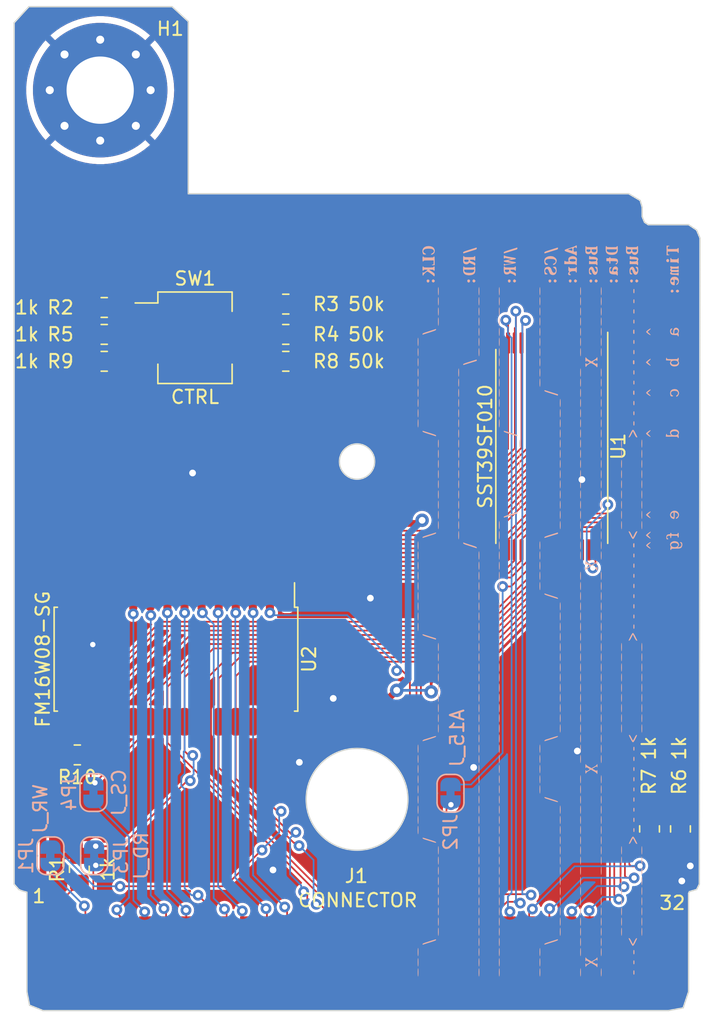
<source format=kicad_pcb>
(kicad_pcb (version 20221018) (generator pcbnew)
  (layers (0 "F.Cu" signal) (31 "B.Cu" signal) (34 "B.Paste" user) (35 "F.Paste" user) (36 "B.SilkS" user "B.Silkscreen") (37 "F.SilkS" user "F.Silkscreen") (38 "B.Mask" user) (39 "F.Mask" user) (44 "Edge.Cuts" user))
  (net 0 "")
  (net 1 "/CLK")
  (net 2 "+5V")
  (net 3 "GND")
  (net 4 "/WR")
  (net 5 "/RD")
  (net 6 "/CS")
  (net 7 "/A0")
  (net 8 "/A1")
  (net 9 "/A2")
  (net 10 "/A3")
  (net 11 "/A4")
  (net 12 "/A5")
  (net 13 "/A6")
  (net 14 "/A7")
  (net 15 "/A8")
  (net 16 "/A9")
  (net 17 "/A10")
  (net 18 "/A11")
  (net 19 "/A12")
  (net 20 "/A13")
  (net 21 "/A14")
  (net 22 "/A15")
  (net 23 "/D0")
  (net 24 "/D1")
  (net 25 "/D2")
  (net 26 "/D3")
  (net 27 "/D4")
  (net 28 "/D5")
  (net 29 "/D6")
  (net 30 "/D7")
  (net 31 "/RST")
  (net 32 "/AUD")
  (net 33 "/PGM")
  (net 38 "/BANKSEL1")
  (net 39 "/BANKSEL0")
  (net 40 "Net-(J1-Pin_21)")
  (net 41 "Net-(J1-Pin_5)")
  (net 42 "Net-(J1-Pin_4)")
  (net 43 "Net-(J1-Pin_3)")
  (net 44 "Net-(R2-Pad1)")
  (net 45 "Net-(R5-Pad1)")
  (net 46 "Net-(R9-Pad2)")
  (footprint "flashcart:GameBoy_Cartridge_1x32_P1.50mm_Edge" (layer "F.Cu") (at 215.6 136)
    (fp_text reference "J1")
    (fp_text value "CONNECTOR")
  )
  (footprint "Resistor_SMD:R_0805_2012Metric_Pad1.20x1.40mm_HandSolder" (layer "F.Cu") (at 237.3 126.5 -90)
    (fp_text reference "R7")
    (fp_text value "1k")
  )
  (footprint "Resistor_SMD:R_0805_2012Metric_Pad1.20x1.40mm_HandSolder" (layer "F.Cu") (at 194.75 121 180)
    (fp_text reference "R10")
    (fp_text value "1k")
  )
  (footprint "Resistor_SMD:R_0805_2012Metric_Pad1.20x1.40mm_HandSolder" (layer "F.Cu") (at 210.25 91.75)
    (fp_text reference "R8")
    (fp_text value "50k")
  )
  (footprint "Resistor_SMD:R_0805_2012Metric_Pad1.20x1.40mm_HandSolder" (layer "F.Cu") (at 239.6 126.5 -90)
    (fp_text reference "R6")
    (fp_text value "1k")
  )
  (footprint "Resistor_SMD:R_0805_2012Metric_Pad1.20x1.40mm_HandSolder" (layer "F.Cu") (at 210.25 89.75 180)
    (fp_text reference "R4")
    (fp_text value "50k")
  )
  (footprint "Resistor_SMD:R_0805_2012Metric_Pad1.20x1.40mm_HandSolder" (layer "F.Cu") (at 196.75 91.75)
    (fp_text reference "R9")
    (fp_text value "1k")
  )
  (footprint "Resistor_SMD:R_0805_2012Metric_Pad1.20x1.40mm_HandSolder" (layer "F.Cu") (at 196.75 87.75 180)
    (fp_text reference "R2")
    (fp_text value "1k")
  )
  (footprint "Resistor_SMD:R_0805_2012Metric_Pad1.20x1.40mm_HandSolder" (layer "F.Cu") (at 210.25 87.5 180)
    (fp_text reference "R3")
    (fp_text value "50k")
  )
  (footprint "Package_SO:TSOP-I-32_14.4x8mm_P0.5mm" (layer "F.Cu") (at 230.030173 98.077 -90)
    (fp_text reference "U1")
    (fp_text value "SST39SF010")
  )
  (footprint "Resistor_SMD:R_0805_2012Metric_Pad1.20x1.40mm_HandSolder" (layer "F.Cu") (at 194.9 129.5 90)
    (fp_text reference "R1")
    (fp_text value "1k")
  )
  (footprint "Package_SO:SOIC-28W_7.5x17.9mm_P1.27mm" (layer "F.Cu") (at 202.085173 113.887 -90)
    (fp_text reference "U2")
    (fp_text value "FM16W08-SG")
  )
  (footprint "Resistor_SMD:R_0805_2012Metric_Pad1.20x1.40mm_HandSolder" (layer "F.Cu") (at 196.75 89.75 180)
    (fp_text reference "R5")
    (fp_text value "1k")
  )
  (footprint "Button_Switch_SMD:SW_DIP_SPSTx04_Slide_KingTek_DSHP04TS_W7.62mm_P1.27mm" (layer "F.Cu") (at 203.5 90)
    (fp_text reference "SW1")
    (fp_text value "CTRL")
  )
  (footprint "MountingHole:MountingHole_5mm_Pad_Via" (layer "F.Cu") (at 196.45 71.6)
    (fp_text reference "H1")
    (fp_text value "MountingHole_Pad" hide)
  )
  (footprint "Jumper:SolderJumper-2_P1.3mm_Bridged_RoundedPad1.0x1.5mm" (layer "B.Cu") (at 196 128.5 -90)
    (fp_text reference "JP3")
    (fp_text value "RD_J")
  )
  (footprint "Jumper:SolderJumper-2_P1.3mm_Bridged_RoundedPad1.0x1.5mm" (layer "B.Cu") (at 222.5 123.85 -90)
    (fp_text reference "JP2")
    (fp_text value "A15_J")
  )
  (footprint "Jumper:SolderJumper-2_P1.3mm_Bridged_RoundedPad1.0x1.5mm" (layer "B.Cu") (at 192.75 128.5 -90)
    (fp_text reference "JP1")
    (fp_text value "WR_J")
  )
  (footprint "Jumper:SolderJumper-2_P1.3mm_Bridged_RoundedPad1.0x1.5mm" (layer "B.Cu") (at 195.95 123.8 -90)
    (fp_text reference "JP4")
    (fp_text value "CS_J")
  )
  (footprint "flashcart:timings" (layer "B.Cu") (at 229.148734 110.341189 -90)
    (fp_text reference "G***" hide)
    (fp_text value "LOGO" hide)
  )
  (gr_circle (center 215.55 124.3) (end 217.4 127.6) (stroke (width 0.1)) (fill none) (layer "Edge.Cuts"))
  (gr_line (start 191 138.6) (end 191 131.2) (stroke (width 0.1)) (layer "Edge.Cuts"))
  (gr_line (start 190.625 131.1) (end 190.4 131) (stroke (width 0.1)) (layer "Edge.Cuts"))
  (gr_line (start 238.7 140) (end 192.2 140) (stroke (width 0.1)) (layer "Edge.Cuts"))
  (gr_line (start 241.05 82.6) (end 241 130.6) (stroke (width 0.1)) (layer "Edge.Cuts"))
  (gr_line (start 191.2 139.6) (end 191 138.6) (stroke (width 0.1)) (layer "Edge.Cuts"))
  (gr_line (start 240.8 82) (end 241.05 82.6) (stroke (width 0.1)) (layer "Edge.Cuts"))
  (gr_line (start 201.8 65.4) (end 191.15 65.4) (stroke (width 0.1)) (layer "Edge.Cuts"))
  (gr_line (start 235.75 79.3) (end 236.6 79.8) (stroke (width 0.1)) (layer "Edge.Cuts"))
  (gr_circle (center 215.55 99.2) (end 216.8 98.8) (stroke (width 0.1)) (fill none) (layer "Edge.Cuts"))
  (gr_line (start 191.15 65.4) (end 190.05 66.6) (stroke (width 0.1)) (layer "Edge.Cuts"))
  (gr_line (start 236.75 80.3) (end 236.75 81) (stroke (width 0.1)) (layer "Edge.Cuts"))
  (gr_line (start 190.05 130.6) (end 190.05 66.6) (stroke (width 0.1)) (layer "Edge.Cuts"))
  (gr_line (start 236.6 79.8) (end 236.75 80.3) (stroke (width 0.1)) (layer "Edge.Cuts"))
  (gr_line (start 190.4 131) (end 190.05 130.6) (stroke (width 0.1)) (layer "Edge.Cuts"))
  (gr_line (start 241 130.6) (end 240.8 131) (stroke (width 0.1)) (layer "Edge.Cuts"))
  (gr_line (start 203 66.5) (end 201.8 65.4) (stroke (width 0.1)) (layer "Edge.Cuts"))
  (gr_line (start 240.2 138.6) (end 239.8 139.8) (stroke (width 0.1)) (layer "Edge.Cuts"))
  (gr_line (start 236.925736 81.424264) (end 237.2 81.6) (stroke (width 0.1)) (layer "Edge.Cuts"))
  (gr_line (start 236.75 81) (end 236.925736 81.424264) (stroke (width 0.1)) (layer "Edge.Cuts"))
  (gr_line (start 203 66.5) (end 203 79.3) (stroke (width 0.1)) (layer "Edge.Cuts"))
  (gr_line (start 240.2 131.3) (end 240.2 138.6) (stroke (width 0.1)) (layer "Edge.Cuts"))
  (gr_line (start 203 79.3) (end 235.75 79.3) (stroke (width 0.1)) (layer "Edge.Cuts"))
  (gr_line (start 191 131.2) (end 190.625 131.1) (stroke (width 0.1)) (layer "Edge.Cuts"))
  (gr_line (start 240.2 81.6) (end 240.8 82) (stroke (width 0.1)) (layer "Edge.Cuts"))
  (gr_line (start 240.258579 131.158579) (end 240.2 131.3) (stroke (width 0.1)) (layer "Edge.Cuts"))
  (gr_line (start 239.8 139.8) (end 238.7 140) (stroke (width 0.1)) (layer "Edge.Cuts"))
  (gr_line (start 192.2 140) (end 191.2 139.6) (stroke (width 0.1)) (layer "Edge.Cuts"))
  (gr_line (start 240.8 131) (end 240.258579 131.158579) (stroke (width 0.1)) (layer "Edge.Cuts"))
  (gr_line (start 237.2 81.6) (end 240.2 81.6) (stroke (width 0.1)) (layer "Edge.Cuts"))
  (segment (start 193.85 135.75) (end 193.85 131.55) (width 0.128) (layer "F.Cu") (net 1))
  (segment (start 193.85 131.55) (end 194.9 130.5) (width 0.128) (layer "F.Cu") (net 1))
  (segment (start 233.780673 107.402639) (end 233.370623 107.812689) (width 0.2) (layer "F.Cu") (net 2))
  (segment (start 233.780173 105.7645) (end 233.780673 105.765) (width 0.2) (layer "F.Cu") (net 2))
  (segment (start 192.2 121) (end 192.2 108.993645) (width 0.5) (layer "F.Cu") (net 2))
  (segment (start 195.75 87.75) (end 196.9 86.6) (width 0.5) (layer "F.Cu") (net 2))
  (segment (start 196.9 86.6) (end 200.09 86.6) (width 0.5) (layer "F.Cu") (net 2))
  (segment (start 206.39 92.9) (end 210.1 92.9) (width 0.5) (layer "F.Cu") (net 2))
  (segment (start 220.3 103.8) (end 220.387735 103.712265) (width 0.5) (layer "F.Cu") (net 2))
  (segment (start 197.393645 103.8) (end 194.7 101.106355) (width 0.5) (layer "F.Cu") (net 2))
  (segment (start 200.09 86.6) (end 206.39 92.9) (width 0.5) (layer "F.Cu") (net 2))
  (segment (start 210.1 92.9) (end 211.25 91.75) (width 0.5) (layer "F.Cu") (net 2))
  (segment (start 197.393645 103.8) (end 204.8 103.8) (width 0.5) (layer "F.Cu") (net 2))
  (segment (start 192.2 136) (end 192.2 121) (width 0.5) (layer "F.Cu") (net 2))
  (segment (start 195.75 89.75) (end 195.75 87.75) (width 0.5) (layer "F.Cu") (net 2))
  (segment (start 194.7 101.106355) (end 194.7 90.8) (width 0.5) (layer "F.Cu") (net 2))
  (segment (start 231.622302 107.812689) (end 224.282991 115.152) (width 0.2) (layer "F.Cu") (net 2))
  (segment (start 220.387735 103.712265) (end 220.387735 103.564235) (width 0.5) (layer "F.Cu") (net 2))
  (segment (start 221.552774 115.152) (end 221.0615 115.643274) (width 0.2) (layer "F.Cu") (net 2))
  (segment (start 233.370623 107.812689) (end 231.622302 107.812689) (width 0.2) (layer "F.Cu") (net 2))
  (segment (start 216.163 118.537) (end 218.5 116.2) (width 0.5) (layer "F.Cu") (net 2))
  (segment (start 221.0615 115.643274) (end 221.0615 116.313065) (width 0.2) (layer "F.Cu") (net 2))
  (segment (start 204.8 103.8) (end 220.3 103.8) (width 0.5) (layer "F.Cu") (net 2))
  (segment (start 192.2 108.993645) (end 197.393645 103.8) (width 0.5) (layer "F.Cu") (net 2))
  (segment (start 224.282991 115.152) (end 221.552774 115.152) (width 0.2) (layer "F.Cu") (net 2))
  (segment (start 194.7 90.8) (end 195.75 89.75) (width 0.5) (layer "F.Cu") (net 2))
  (segment (start 210.340173 118.537) (end 216.163 118.537) (width 0.5) (layer "F.Cu") (net 2))
  (segment (start 193.75 121) (end 192.2 121) (width 0.128) (layer "F.Cu") (net 2))
  (segment (start 233.780673 105.765) (end 233.780673 107.402639) (width 0.2) (layer "F.Cu") (net 2))
  (via (at 220.387735 103.564235) (size 1) (drill 0.5) (layers "F.Cu" "B.Cu") (net 2))
  (via (at 218.5 116.2) (size 1) (drill 0.5) (layers "F.Cu" "B.Cu") (net 2))
  (via (at 221.0615 116.313065) (size 1) (drill 0.5) (layers "F.Cu" "B.Cu") (net 2))
  (segment (start 219.35 104.60197) (end 220.387735 103.564235) (width 0.5) (layer "B.Cu") (net 2))
  (segment (start 221.0615 116.313065) (end 220.948435 116.2) (width 0.2) (layer "B.Cu") (net 2))
  (segment (start 219.35 115.35) (end 219.35 104.60197) (width 0.5) (layer "B.Cu") (net 2))
  (segment (start 218.5 116.2) (end 219.35 115.35) (width 0.5) (layer "B.Cu") (net 2))
  (segment (start 220.948435 116.2) (end 218.5 116.2) (width 0.2) (layer "B.Cu") (net 2))
  (via (at 216.54 109.35) (size 1) (drill 0.5) (layers "F.Cu" "B.Cu") (net 3))
  (via (at 232.27 100.54) (size 1) (drill 0.5) (layers "F.Cu" "B.Cu") (net 3))
  (via (at 239.7 130.37) (size 1) (drill 0.5) (layers "F.Cu" "B.Cu") (net 3))
  (via (at 209.3 129.55) (size 1) (drill 0.5) (layers "F.Cu" "B.Cu") (net 3))
  (via (at 224.22 121.93) (size 1) (drill 0.5) (layers "F.Cu" "B.Cu") (net 3))
  (via (at 213.78 116.8) (size 1) (drill 0.5) (layers "F.Cu" "B.Cu") (net 3))
  (via (at 231.93 120.71) (size 1) (drill 0.5) (layers "F.Cu" "B.Cu") (net 3))
  (via (at 211.26 121.55) (size 1) (drill 0.5) (layers "F.Cu" "B.Cu") (net 3))
  (via (at 240.33 129.25) (size 1) (drill 0.5) (layers "F.Cu" "B.Cu") (net 3))
  (via (at 203.32 100.05) (size 1) (drill 0.5) (layers "F.Cu" "B.Cu") (net 3))
  (via (at 195.9 112.8) (size 0.8) (drill 0.4) (layers "F.Cu" "B.Cu") (net 3))
  (segment (start 209.070173 124.636961) (end 209.761606 125.328394) (width 0.128) (layer "F.Cu") (net 4))
  (segment (start 205.758084 130.761916) (end 208.607256 127.912744) (width 0.128) (layer "F.Cu") (net 4))
  (segment (start 209.070173 118.537) (end 209.070173 124.636961) (width 0.128) (layer "F.Cu") (net 4))
  (segment (start 197.936584 130.761916) (end 205.758084 130.761916) (width 0.128) (layer "F.Cu") (net 4))
  (segment (start 209.761606 125.328394) (end 209.903028 125.186972) (width 0.128) (layer "F.Cu") (net 4))
  (segment (start 197.9285 130.77) (end 197.936584 130.761916) (width 0.128) (layer "F.Cu") (net 4))
  (via (at 208.4835 128.071831) (size 0.8) (drill 0.4) (layers "F.Cu" "B.Cu") (net 4))
  (via (at 197.9285 130.77) (size 0.8) (drill 0.4) (layers "F.Cu" "B.Cu") (net 4))
  (via (at 209.903028 125.186972) (size 0.8) (drill 0.4) (layers "F.Cu" "B.Cu") (net 4))
  (segment (start 209.761606 125.328394) (end 209.761606 126.758394) (width 0.128) (layer "B.Cu") (net 4))
  (segment (start 208.4835 128.0365) (end 208.4835 128.071831) (width 0.128) (layer "B.Cu") (net 4))
  (segment (start 196.01 130.76) (end 193.1 127.85) (width 0.128) (layer "B.Cu") (net 4))
  (segment (start 196.01 130.76) (end 197.9185 130.76) (width 0.128) (layer "B.Cu") (net 4))
  (segment (start 197.9185 130.76) (end 197.9285 130.77) (width 0.128) (layer "B.Cu") (net 4))
  (segment (start 209.761606 126.758394) (end 208.4835 128.0365) (width 0.128) (layer "B.Cu") (net 4))
  (segment (start 193.1 127.85) (end 192.75 127.85) (width 0.128) (layer "B.Cu") (net 4))
  (segment (start 204.872 113.088) (end 202.720173 115.239827) (width 0.128) (layer "F.Cu") (net 5))
  (segment (start 196.1 127.79) (end 196.79 127.79) (width 0.128) (layer "F.Cu") (net 5))
  (segment (start 203.267256 122.796244) (end 203.1435 122.92) (width 0.128) (layer "F.Cu") (net 5))
  (segment (start 196.79 127.79) (end 196.123449 127.79) (width 0.128) (layer "F.Cu") (net 5))
  (segment (start 196.123449 127.79) (end 196.115844 127.782395) (width 0.128) (layer "F.Cu") (net 5))
  (segment (start 202.720173 120.714685) (end 203.397744 121.392256) (width 0.128) (layer "F.Cu") (net 5))
  (segment (start 202.720173 115.239827) (end 202.720173 118.537) (width 0.128) (layer "F.Cu") (net 5))
  (segment (start 203.267256 122.572744) (end 203.267256 122.796244) (width 0.128) (layer "F.Cu") (net 5))
  (segment (start 196.79 127.79) (end 198.05 127.79) (width 0.128) (layer "F.Cu") (net 5))
  (segment (start 198.05 127.79) (end 203.267256 122.572744) (width 0.128) (layer "F.Cu") (net 5))
  (segment (start 223.512907 113.088) (end 204.872 113.088) (width 0.128) (layer "F.Cu") (net 5))
  (segment (start 202.720173 118.537) (end 202.720173 120.714685) (width 0.128) (layer "F.Cu") (net 5))
  (segment (start 229.780173 106.820734) (end 223.512907 113.088) (width 0.128) (layer "F.Cu") (net 5))
  (segment (start 203.04383 121.038342) (end 203.326673 121.038342) (width 0.128) (layer "F.Cu") (net 5))
  (segment (start 229.780173 105.7645) (end 229.780173 106.820734) (width 0.128) (layer "F.Cu") (net 5))
  (via (at 203.1435 122.92) (size 0.8) (drill 0.4) (layers "F.Cu" "B.Cu") (net 5))
  (via (at 196.115844 127.782395) (size 0.8) (drill 0.4) (layers "F.Cu" "B.Cu") (net 5))
  (via (at 203.326673 121.038342) (size 0.8) (drill 0.4) (layers "F.Cu" "B.Cu") (net 5))
  (segment (start 196 127.85) (end 196.04 127.85) (width 0.128) (layer "B.Cu") (net 5))
  (segment (start 203.397744 121.392256) (end 203.397744 121.72) (width 0.128) (layer "B.Cu") (net 5))
  (segment (start 203.1435 122.92) (end 203.1435 122.6965) (width 0.128) (layer "B.Cu") (net 5))
  (segment (start 203.1435 122.6965) (end 203.397744 122.442256) (width 0.128) (layer "B.Cu") (net 5))
  (segment (start 196.04 127.85) (end 196.1 127.79) (width 0.128) (layer "B.Cu") (net 5))
  (segment (start 203.397744 121.72) (end 203.397744 122.442256) (width 0.128) (layer "B.Cu") (net 5))
  (segment (start 195.75 121) (end 195.75 122.76) (width 0.128) (layer "F.Cu") (net 6))
  (segment (start 196.06 123.07) (end 200.180173 118.949827) (width 0.128) (layer "F.Cu") (net 6))
  (segment (start 200.180173 118.949827) (end 200.180173 118.537) (width 0.128) (layer "F.Cu") (net 6))
  (segment (start 195.75 122.76) (end 196.06 123.07) (width 0.128) (layer "F.Cu") (net 6))
  (via (at 196.06 123.07) (size 0.8) (drill 0.4) (layers "F.Cu" "B.Cu") (net 6))
  (segment (start 195.95 123.15) (end 195.98 123.15) (width 0.128) (layer "B.Cu") (net 6))
  (segment (start 199.76 132.66) (end 199.85 132.75) (width 0.128) (layer "F.Cu") (net 7))
  (segment (start 228.280173 98.143137) (end 228.280173 90.3895) (width 0.128) (layer "F.Cu") (net 7))
  (segment (start 198.910173 109.237) (end 198.910173 108.896516) (width 0.128) (layer "F.Cu") (net 7))
  (segment (start 199.85 132.75) (end 199.85 135.75) (width 0.128) (layer "F.Cu") (net 7))
  (segment (start 198.910173 108.896516) (end 202.482689 105.324) (width 0.128) (layer "F.Cu") (net 7))
  (segment (start 198.910173 109.237) (end 198.910173 110.590173) (width 0.128) (layer "F.Cu") (net 7))
  (segment (start 202.482689 105.324) (end 221.09931 105.324) (width 0.128) (layer "F.Cu") (net 7))
  (segment (start 221.09931 105.324) (end 228.280173 98.143137) (width 0.128) (layer "F.Cu") (net 7))
  (via (at 198.910173 110.52) (size 0.8) (drill 0.4) (layers "F.Cu" "B.Cu") (net 7))
  (via (at 199.76 132.66) (size 0.8) (drill 0.4) (layers "F.Cu" "B.Cu") (net 7))
  (segment (start 198.92 131.82) (end 199.76 132.66) (width 0.128) (layer "B.Cu") (net 7))
  (segment (start 198.92 110.6) (end 198.92 131.82) (width 0.128) (layer "B.Cu") (net 7))
  (segment (start 201.35 132.58) (end 201.35 135.75) (width 0.128) (layer "F.Cu") (net 8))
  (segment (start 203.424689 105.652) (end 221.235173 105.652) (width 0.128) (layer "F.Cu") (net 8))
  (segment (start 200.21 109.266827) (end 200.21 110.63) (width 0.128) (layer "F.Cu") (net 8))
  (segment (start 201.19 132.42) (end 201.35 132.58) (width 0.128) (layer "F.Cu") (net 8))
  (segment (start 228.780173 98.106999) (end 228.780173 90.3895) (width 0.128) (layer "F.Cu") (net 8))
  (segment (start 221.235173 105.652) (end 228.780173 98.106999) (width 0.128) (layer "F.Cu") (net 8))
  (segment (start 200.180173 108.896516) (end 203.424689 105.652) (width 0.128) (layer "F.Cu") (net 8))
  (segment (start 200.180173 109.237) (end 200.180173 108.896516) (width 0.128) (layer "F.Cu") (net 8))
  (segment (start 200.180173 109.237) (end 200.21 109.266827) (width 0.128) (layer "F.Cu") (net 8))
  (via (at 200.21 110.63) (size 0.8) (drill 0.4) (layers "F.Cu" "B.Cu") (net 8))
  (via (at 201.19 132.42) (size 0.8) (drill 0.4) (layers "F.Cu" "B.Cu") (net 8))
  (segment (start 200.21 110.63) (end 200.21 131.44) (width 0.128) (layer "B.Cu") (net 8))
  (segment (start 200.21 131.44) (end 201.19 132.42) (width 0.128) (layer "B.Cu") (net 8))
  (segment (start 221.493311 105.98) (end 204.366689 105.98) (width 0.128) (layer "F.Cu") (net 9))
  (segment (start 201.450173 108.896516) (end 201.450173 109.237) (width 0.128) (layer "F.Cu") (net 9))
  (segment (start 202.83 132.54) (end 202.85 132.56) (width 0.128) (layer "F.Cu") (net 9))
  (segment (start 201.450173 109.237) (end 201.450173 110.609827) (width 0.128) (layer "F.Cu") (net 9))
  (segment (start 229.280173 90.3895) (end 229.280173 98.193138) (width 0.128) (layer "F.Cu") (net 9))
  (segment (start 204.366689 105.98) (end 201.450173 108.896516) (width 0.128) (layer "F.Cu") (net 9))
  (segment (start 202.85 132.56) (end 202.85 135.75) (width 0.128) (layer "F.Cu") (net 9))
  (segment (start 229.280173 98.193138) (end 221.493311 105.98) (width 0.128) (layer "F.Cu") (net 9))
  (via (at 202.83 132.54) (size 0.8) (drill 0.4) (layers "F.Cu" "B.Cu") (net 9))
  (via (at 201.450173 110.4405) (size 0.8) (drill 0.4) (layers "F.Cu" "B.Cu") (net 9))
  (segment (start 201.42 131.13) (end 202.83 132.54) (width 0.128) (layer "B.Cu") (net 9))
  (segment (start 201.42 110.64) (end 201.42 131.13) (width 0.128) (layer "B.Cu") (net 9))
  (segment (start 204.35 135.75) (end 204.35 132.048332) (width 0.128) (layer "F.Cu") (net 10))
  (segment (start 205.308689 106.308) (end 202.720173 108.896516) (width 0.128) (layer "F.Cu") (net 10))
  (segment (start 204.35 132.048332) (end 203.727584 131.425916) (width 0.128) (layer "F.Cu") (net 10))
  (segment (start 229.780173 90.3895) (end 229.780173 98.157) (width 0.128) (layer "F.Cu") (net 10))
  (segment (start 202.720173 108.896516) (end 202.720173 109.237) (width 0.128) (layer "F.Cu") (net 10))
  (segment (start 229.780173 98.157) (end 221.629173 106.308) (width 0.128) (layer "F.Cu") (net 10))
  (segment (start 221.629173 106.308) (end 205.308689 106.308) (width 0.128) (layer "F.Cu") (net 10))
  (segment (start 202.720173 109.237) (end 202.720173 110.620173) (width 0.128) (layer "F.Cu") (net 10))
  (via (at 202.73 110.4405) (size 0.8) (drill 0.4) (layers "F.Cu" "B.Cu") (net 10))
  (via (at 203.727584 131.425916) (size 0.8) (drill 0.4) (layers "F.Cu" "B.Cu") (net 10))
  (segment (start 202.73 120.692673) (end 202.73 110.4405) (width 0.128) (layer "B.Cu") (net 10))
  (segment (start 202.73 121.56) (end 202.662673 121.492673) (width 0.128) (layer "B.Cu") (net 10))
  (segment (start 202.73 122.394462) (end 202.73 121.56) (width 0.128) (layer "B.Cu") (net 10))
  (segment (start 203.727584 131.425916) (end 203.245916 131.425916) (width 0.128) (layer "B.Cu") (net 10))
  (segment (start 202.4795 123.2895) (end 202.4795 122.644962) (width 0.128) (layer "B.Cu") (net 10))
  (segment (start 202.73 130.91) (end 202.73 123.54) (width 0.128) (layer "B.Cu") (net 10))
  (segment (start 202.662673 120.76) (end 202.73 120.692673) (width 0.128) (layer "B.Cu") (net 10))
  (segment (start 202.4795 122.644962) (end 202.73 122.394462) (width 0.128) (layer "B.Cu") (net 10))
  (segment (start 203.245916 131.425916) (end 202.73 130.91) (width 0.128) (layer "B.Cu") (net 10))
  (segment (start 202.662673 121.492673) (end 202.662673 120.76) (width 0.128) (layer "B.Cu") (net 10))
  (segment (start 202.73 123.54) (end 202.4795 123.2895) (width 0.128) (layer "B.Cu") (net 10))
  (segment (start 203.990173 109.237) (end 203.990173 108.896516) (width 0.128) (layer "F.Cu") (net 11))
  (segment (start 203.990173 110.400173) (end 204.05 110.46) (width 0.128) (layer "F.Cu") (net 11))
  (segment (start 206.250689 106.636) (end 221.797311 106.636) (width 0.128) (layer "F.Cu") (net 11))
  (segment (start 221.797311 106.636) (end 230.280173 98.153138) (width 0.128) (layer "F.Cu") (net 11))
  (segment (start 205.69 132.45) (end 205.85 132.61) (width 0.128) (layer "F.Cu") (net 11))
  (segment (start 205.85 132.61) (end 205.85 135.75) (width 0.128) (layer "F.Cu") (net 11))
  (segment (start 230.280173 98.153138) (end 230.280173 90.3895) (width 0.128) (layer "F.Cu") (net 11))
  (segment (start 203.990173 109.237) (end 203.990173 110.400173) (width 0.128) (layer "F.Cu") (net 11))
  (segment (start 203.990173 108.896516) (end 206.250689 106.636) (width 0.128) (layer "F.Cu") (net 11))
  (via (at 205.69 132.45) (size 0.8) (drill 0.4) (layers "F.Cu" "B.Cu") (net 11))
  (via (at 204.05 110.4405) (size 0.8) (drill 0.4) (layers "F.Cu" "B.Cu") (net 11))
  (segment (start 204.892 111.2825) (end 204.05 110.4405) (width 0.128) (layer "B.Cu") (net 11))
  (segment (start 204.892 131.652) (end 204.892 111.2825) (width 0.128) (layer "B.Cu") (net 11))
  (segment (start 205.69 132.45) (end 204.892 131.652) (width 0.128) (layer "B.Cu") (net 11))
  (segment (start 207.192689 106.964) (end 205.260173 108.896516) (width 0.128) (layer "F.Cu") (net 12))
  (segment (start 205.260173 108.896516) (end 205.260173 109.237) (width 0.128) (layer "F.Cu") (net 12))
  (segment (start 230.780173 90.3895) (end 230.780173 98.117) (width 0.128) (layer "F.Cu") (net 12))
  (segment (start 230.780173 98.117) (end 221.933173 106.964) (width 0.128) (layer "F.Cu") (net 12))
  (segment (start 207.05 132.63) (end 207.05 135.45) (width 0.128) (layer "F.Cu") (net 12))
  (segment (start 205.260173 109.237) (end 205.260173 110.489827) (width 0.128) (layer "F.Cu") (net 12))
  (segment (start 221.933173 106.964) (end 207.192689 106.964) (width 0.128) (layer "F.Cu") (net 12))
  (segment (start 207.05 135.45) (end 207.35 135.75) (width 0.128) (layer "F.Cu") (net 12))
  (via (at 205.22 110.4405) (size 0.8) (drill 0.4) (layers "F.Cu" "B.Cu") (net 12))
  (via (at 207.015 132.595) (size 0.8) (drill 0.4) (layers "F.Cu" "B.Cu") (net 12))
  (segment (start 205.22 130.8) (end 205.22 110.4405) (width 0.128) (layer "B.Cu") (net 12))
  (segment (start 207.015 132.595) (end 205.22 130.8) (width 0.128) (layer "B.Cu") (net 12))
  (segment (start 222.107449 107.292) (end 231.280173 98.119276) (width 0.128) (layer "F.Cu") (net 13))
  (segment (start 206.530173 109.237) (end 206.530173 108.896516) (width 0.128) (layer "F.Cu") (net 13))
  (segment (start 208.78 132.42) (end 208.85 132.49) (width 0.128) (layer "F.Cu") (net 13))
  (segment (start 206.530173 108.896516) (end 208.134689 107.292) (width 0.128) (layer "F.Cu") (net 13))
  (segment (start 208.85 132.49) (end 208.85 135.75) (width 0.128) (layer "F.Cu") (net 13))
  (segment (start 206.530173 109.237) (end 206.530173 110.509827) (width 0.128) (layer "F.Cu") (net 13))
  (segment (start 231.280173 98.119276) (end 231.280173 90.3895) (width 0.128) (layer "F.Cu") (net 13))
  (segment (start 208.134689 107.292) (end 222.107449 107.292) (width 0.128) (layer "F.Cu") (net 13))
  (via (at 206.530173 110.4405) (size 0.8) (drill 0.4) (layers "F.Cu" "B.Cu") (net 13))
  (via (at 208.78 132.42) (size 0.8) (drill 0.4) (layers "F.Cu" "B.Cu") (net 13))
  (segment (start 206.5 130.14) (end 208.78 132.42) (width 0.128) (layer "B.Cu") (net 13))
  (segment (start 206.5 110.54) (end 206.5 130.14) (width 0.128) (layer "B.Cu") (net 13))
  (segment (start 209.076689 107.62) (end 207.800173 108.896516) (width 0.128) (layer "F.Cu") (net 14))
  (segment (start 231.780173 98.083138) (end 222.243311 107.62) (width 0.128) (layer "F.Cu") (net 14))
  (segment (start 207.800173 109.237) (end 207.800173 110.570173) (width 0.128) (layer "F.Cu") (net 14))
  (segment (start 210.17 132.3) (end 210.35 132.48) (width 0.128) (layer "F.Cu") (net 14))
  (segment (start 222.243311 107.62) (end 209.076689 107.62) (width 0.128) (layer "F.Cu") (net 14))
  (segment (start 207.800173 108.896516) (end 207.800173 109.237) (width 0.128) (layer "F.Cu") (net 14))
  (segment (start 231.780173 90.3895) (end 231.780173 98.083138) (width 0.128) (layer "F.Cu") (net 14))
  (segment (start 210.35 132.48) (end 210.35 135.75) (width 0.128) (layer "F.Cu") (net 14))
  (via (at 210.17 132.3) (size 0.8) (drill 0.4) (layers "F.Cu" "B.Cu") (net 14))
  (via (at 207.82 110.4405) (size 0.8) (drill 0.4) (layers "F.Cu" "B.Cu") (net 14))
  (segment (start 207.82 129.95) (end 207.82 110.4405) (width 0.128) (layer "B.Cu") (net 14))
  (segment (start 210.17 132.3) (end 207.82 129.95) (width 0.128) (layer "B.Cu") (net 14))
  (segment (start 210.859675 126.890325) (end 210.668049 126.890325) (width 0.128) (layer "F.Cu") (net 15))
  (segment (start 210.668049 126.890325) (end 206.530173 122.752449) (width 0.128) (layer "F.Cu") (net 15))
  (segment (start 211.85 131.15549) (end 211.727255 131.032745) (width 0.128) (layer "F.Cu") (net 15))
  (segment (start 211.707255 131.032745) (end 211.575834 131.164166) (width 0.128) (layer "F.Cu") (net 15))
  (segment (start 223.920493 114.072) (end 231.280173 106.71232) (width 0.128) (layer "F.Cu") (net 15))
  (segment (start 210.859675 126.890325) (end 211.001097 126.748903) (width 0.128) (layer "F.Cu") (net 15))
  (segment (start 231.280173 106.71232) (end 231.280173 105.7645) (width 0.128) (layer "F.Cu") (net 15))
  (segment (start 206.530173 115.149827) (end 207.608 114.072) (width 0.128) (layer "F.Cu") (net 15))
  (segment (start 206.530173 118.537) (end 206.530173 115.149827) (width 0.128) (layer "F.Cu") (net 15))
  (segment (start 211.727255 131.032745) (end 211.707255 131.032745) (width 0.128) (layer "F.Cu") (net 15))
  (segment (start 211.85 135.75) (end 211.85 131.15549) (width 0.128) (layer "F.Cu") (net 15))
  (segment (start 206.530173 122.752449) (end 206.530173 118.537) (width 0.128) (layer "F.Cu") (net 15))
  (segment (start 207.608 114.072) (end 223.920493 114.072) (width 0.128) (layer "F.Cu") (net 15))
  (via (at 211.001097 126.748903) (size 0.8) (drill 0.4) (layers "F.Cu" "B.Cu") (net 15))
  (via (at 211.575834 131.164166) (size 0.8) (drill 0.4) (layers "F.Cu" "B.Cu") (net 15))
  (segment (start 210.573745 127.176255) (end 210.859675 126.890325) (width 0.128) (layer "B.Cu") (net 15))
  (segment (start 210.573745 129.879235) (end 210.573745 127.176255) (width 0.128) (layer "B.Cu") (net 15))
  (segment (start 211.397255 130.702745) (end 211.397255 130.985587) (width 0.128) (layer "B.Cu") (net 15))
  (segment (start 211.397255 130.702745) (end 210.573745 129.879235) (width 0.128) (layer "B.Cu") (net 15))
  (segment (start 211.397255 130.985587) (end 211.575834 131.164166) (width 0.128) (layer "B.Cu") (net 15))
  (segment (start 210.846117 127.532255) (end 205.260173 121.946311) (width 0.128) (layer "F.Cu") (net 16))
  (segment (start 211.037745 127.532255) (end 210.846117 127.532255) (width 0.128) (layer "F.Cu") (net 16))
  (segment (start 205.260173 121.946311) (end 205.260173 118.537) (width 0.128) (layer "F.Cu") (net 16))
  (segment (start 213.35 135.75) (end 213.35 132.655488) (width 0.128) (layer "F.Cu") (net 16))
  (segment (start 206.826 113.744) (end 223.784631 113.744) (width 0.128) (layer "F.Cu") (net 16))
  (segment (start 211.037745 127.547814) (end 211.237245 127.747314) (width 0.128) (layer "F.Cu") (net 16))
  (segment (start 205.260173 115.309827) (end 206.826 113.744) (width 0.128) (layer "F.Cu") (net 16))
  (segment (start 230.780173 106.748458) (end 230.780173 105.7645) (width 0.128) (layer "F.Cu") (net 16))
  (segment (start 205.260173 118.537) (end 205.260173 115.309827) (width 0.128) (layer "F.Cu") (net 16))
  (segment (start 212.796343 132.101831) (end 212.5135 132.101831) (width 0.128) (layer "F.Cu") (net 16))
  (segment (start 223.784631 113.744) (end 230.780173 106.748458) (width 0.128) (layer "F.Cu") (net 16))
  (segment (start 213.35 132.655488) (end 212.796343 132.101831) (width 0.128) (layer "F.Cu") (net 16))
  (segment (start 211.037745 127.532255) (end 211.037745 127.547814) (width 0.128) (layer "F.Cu") (net 16))
  (via (at 212.5135 132.101831) (size 0.8) (drill 0.4) (layers "F.Cu" "B.Cu") (net 16))
  (via (at 211.237245 127.747314) (size 0.8) (drill 0.4) (layers "F.Cu" "B.Cu") (net 16))
  (segment (start 212.5135 131.818988) (end 212.317256 131.622744) (width 0.128) (layer "B.Cu") (net 16))
  (segment (start 212.317256 128.811766) (end 211.037745 127.532255) (width 0.128) (layer "B.Cu") (net 16))
  (segment (start 212.317256 131.622744) (end 212.317256 128.811766) (width 0.128) (layer "B.Cu") (net 16))
  (segment (start 212.5135 132.101831) (end 212.5135 131.818988) (width 0.128) (layer "B.Cu") (net 16))
  (segment (start 201.450173 120.100173) (end 201.450173 118.537) (width 0.128) (layer "F.Cu") (net 17))
  (segment (start 214.85 135.75) (end 214.85 133.5) (width 0.128) (layer "F.Cu") (net 17))
  (segment (start 229.280173 106.856872) (end 223.377045 112.76) (width 0.128) (layer "F.Cu") (net 17))
  (segment (start 214.85 133.5) (end 201.450173 120.100173) (width 0.128) (layer "F.Cu") (net 17))
  (segment (start 201.450173 115.939827) (end 204.646 112.744) (width 0.128) (layer "F.Cu") (net 17))
  (segment (start 223.377045 112.76) (end 204.662 112.76) (width 0.128) (layer "F.Cu") (net 17))
  (segment (start 229.280173 105.7645) (end 229.280173 106.856872) (width 0.128) (layer "F.Cu") (net 17))
  (segment (start 201.450173 118.537) (end 201.450173 115.939827) (width 0.128) (layer "F.Cu") (net 17))
  (segment (start 206.284 113.416) (end 223.648769 113.416) (width 0.128) (layer "F.Cu") (net 18))
  (segment (start 213.806931 131.993069) (end 214.871069 131.993069) (width 0.128) (layer "F.Cu") (net 18))
  (segment (start 223.648769 113.416) (end 230.280173 106.784596) (width 0.128) (layer "F.Cu") (net 18))
  (segment (start 216.35 133.472) (end 216.35 135.75) (width 0.128) (layer "F.Cu") (net 18))
  (segment (start 203.990173 118.537) (end 203.990173 115.709827) (width 0.128) (layer "F.Cu") (net 18))
  (segment (start 203.990173 118.537) (end 203.990173 122.176311) (width 0.128) (layer "F.Cu") (net 18))
  (segment (start 203.990173 115.709827) (end 206.284 113.416) (width 0.128) (layer "F.Cu") (net 18))
  (segment (start 203.990173 122.176311) (end 213.806931 131.993069) (width 0.128) (layer "F.Cu") (net 18))
  (segment (start 230.280173 106.784596) (end 230.280173 105.7645) (width 0.128) (layer "F.Cu") (net 18))
  (segment (start 214.871069 131.993069) (end 216.35 133.472) (width 0.128) (layer "F.Cu") (net 18))
  (segment (start 222.379173 107.948) (end 232.280173 98.047) (width 0.128) (layer "F.Cu") (net 19))
  (segment (start 209.070173 109.237) (end 209.070173 110.570173) (width 0.128) (layer "F.Cu") (net 19))
  (segment (start 219.48 115.3155) (end 218.7 114.5355) (width 0.128) (layer "F.Cu") (net 19))
  (segment (start 209.070173 109.237) (end 209.070173 108.896516) (width 0.128) (layer "F.Cu") (net 19))
  (segment (start 218.7 114.536) (end 218.5005 114.7355) (width 0.128) (layer "F.Cu") (net 19))
  (segment (start 217.85 127.52) (end 219.48 125.89) (width 0.128) (layer "F.Cu") (net 19))
  (segment (start 218.7 114.5355) (end 218.7 114.536) (width 0.128) (layer "F.Cu") (net 19))
  (segment (start 209.070173 108.896516) (end 210.018689 107.948) (width 0.128) (layer "F.Cu") (net 19))
  (segment (start 219.48 125.89) (end 219.48 115.3155) (width 0.128) (layer "F.Cu") (net 19))
  (segment (start 210.018689 107.948) (end 222.379173 107.948) (width 0.128) (layer "F.Cu") (net 19))
  (segment (start 232.280173 98.047) (end 232.280173 90.3895) (width 0.128) (layer "F.Cu") (net 19))
  (segment (start 217.85 135.75) (end 217.85 127.52) (width 0.128) (layer "F.Cu") (net 19))
  (via (at 209.070173 110.4405) (size 0.8) (drill 0.4) (layers "F.Cu" "B.Cu") (net 19))
  (via (at 218.5005 114.7355) (size 0.8) (drill 0.4) (layers "F.Cu" "B.Cu") (net 19))
  (segment (start 214.82 110.62) (end 209.12 110.62) (width 0.128) (layer "B.Cu") (net 19))
  (segment (start 218.7 114.5355) (end 218.7 114.5) (width 0.128) (layer "B.Cu") (net 19))
  (segment (start 218.5005 114.7355) (end 218.5005 114.6995) (width 0.128) (layer "B.Cu") (net 19))
  (segment (start 218.5005 114.6995) (end 218.7 114.5) (width 0.128) (layer "B.Cu") (net 19))
  (segment (start 218.7 114.5) (end 214.82 110.62) (width 0.128) (layer "B.Cu") (net 19))
  (segment (start 231.780173 106.676182) (end 223.996355 114.46) (width 0.128) (layer "F.Cu") (net 20))
  (segment (start 219.97 131.45) (end 219.35 132.07) (width 0.128) (layer "F.Cu") (net 20))
  (segment (start 223.996355 114.46) (end 221.24 114.46) (width 0.128) (layer "F.Cu") (net 20))
  (segment (start 219.35 132.07) (end 219.35 135.75) (width 0.128) (layer "F.Cu") (net 20))
  (segment (start 231.780173 105.7645) (end 231.780173 106.676182) (width 0.128) (layer "F.Cu") (net 20))
  (segment (start 221.24 114.46) (end 219.97 115.73) (width 0.128) (layer "F.Cu") (net 20))
  (segment (start 219.97 115.73) (end 219.97 131.45) (width 0.128) (layer "F.Cu") (net 20))
  (segment (start 221.402 114.788) (end 220.298 115.892) (width 0.128) (layer "F.Cu") (net 21))
  (segment (start 220.298 115.892) (end 220.298 131.338) (width 0.128) (layer "F.Cu") (net 21))
  (segment (start 224.132217 114.788) (end 221.402 114.788) (width 0.128) (layer "F.Cu") (net 21))
  (segment (start 220.298 131.338) (end 220.85 131.89) (width 0.128) (layer "F.Cu") (net 21))
  (segment (start 220.85 131.89) (end 220.85 135.75) (width 0.128) (layer "F.Cu") (net 21))
  (segment (start 232.280173 106.640044) (end 224.132217 114.788) (width 0.128) (layer "F.Cu") (net 21))
  (segment (start 232.280173 105.7645) (end 232.280173 106.640044) (width 0.128) (layer "F.Cu") (net 21))
  (segment (start 226.377007 108.483295) (end 226.997554 108.483295) (width 0.128) (layer "F.Cu") (net 22))
  (segment (start 228.780173 106.700676) (end 228.780173 105.7645) (width 0.128) (layer "F.Cu") (net 22))
  (segment (start 226.997554 108.483295) (end 228.780173 106.700676) (width 0.128) (layer "F.Cu") (net 22))
  (via (at 226.377007 108.483295) (size 0.8) (drill 0.4) (layers "F.Cu" "B.Cu") (net 22))
  (segment (start 226.377007 120.853453) (end 224.03046 123.2) (width 0.128) (layer "B.Cu") (net 22))
  (segment (start 224.03046 123.2) (end 222.5 123.2) (width 0.128) (layer "B.Cu") (net 22))
  (segment (start 226.377007 108.483295) (end 226.377007 120.853453) (width 0.128) (layer "B.Cu") (net 22))
  (segment (start 197.640173 109.237) (end 197.640173 108.896516) (width 0.128) (layer "F.Cu") (net 23))
  (segment (start 227.780173 98.179275) (end 227.780173 90.3895) (width 0.128) (layer "F.Cu") (net 23))
  (segment (start 201.540689 104.996) (end 220.963448 104.996) (width 0.128) (layer "F.Cu") (net 23))
  (segment (start 225.972 131.35) (end 223.85 133.472) (width 0.128) (layer "F.Cu") (net 23))
  (segment (start 220.963448 104.996) (end 227.780173 98.179275) (width 0.128) (layer "F.Cu") (net 23))
  (segment (start 227.780173 90.3895) (end 227.848546 90.321127) (width 0.128) (layer "F.Cu") (net 23))
  (segment (start 227.848546 90.321127) (end 227.848546 88.834604) (width 0.128) (layer "F.Cu") (net 23))
  (segment (start 227.843009 88.829067) (end 227.960933 88.829067) (width 0.128) (layer "F.Cu") (net 23))
  (segment (start 227.960933 88.829067) (end 228.08 88.71) (width 0.128) (layer "F.Cu") (net 23))
  (segment (start 197.640173 108.896516) (end 201.540689 104.996) (width 0.128) (layer "F.Cu") (net 23))
  (segment (start 223.85 133.472) (end 223.85 135.75) (width 0.128) (layer "F.Cu") (net 23))
  (segment (start 227.832007 131.35) (end 225.972 131.35) (width 0.128) (layer "F.Cu") (net 23))
  (segment (start 228.427249 131.35) (end 228.48698 131.409731) (width 0.128) (layer "F.Cu") (net 23))
  (segment (start 227.848546 88.834604) (end 227.843009 88.829067) (width 0.128) (layer "F.Cu") (net 23))
  (segment (start 227.832007 131.35) (end 228.427249 131.35) (width 0.128) (layer "F.Cu") (net 23))
  (via (at 228.08 88.71) (size 0.8) (drill 0.4) (layers "F.Cu" "B.Cu") (net 23))
  (via (at 228.48698 131.409731) (size 0.8) (drill 0.4) (layers "F.Cu" "B.Cu") (net 23))
  (segment (start 228.48698 131.409731) (end 228.426749 131.3495) (width 0.128) (layer "B.Cu") (net 23))
  (segment (start 227.843009 89.12) (end 227.843009 131.338998) (width 0.128) (layer "B.Cu") (net 23))
  (segment (start 227.843009 88.829067) (end 227.843009 89.12) (width 0.128) (layer "B.Cu") (net 23))
  (segment (start 228.08 88.71) (end 227.843009 88.946991) (width 0.128) (layer "B.Cu") (net 23))
  (segment (start 227.843009 131.338998) (end 227.832007 131.35) (width 0.128) (layer "B.Cu") (net 23))
  (segment (start 228.426749 131.3495) (end 227.832007 131.3495) (width 0.128) (layer "B.Cu") (net 23))
  (segment (start 227.843009 88.946991) (end 227.843009 89.12) (width 0.128) (layer "B.Cu") (net 23))
  (segment (start 225.35 133.273804) (end 225.35 135.75) (width 0.128) (layer "F.Cu") (net 24))
  (segment (start 200.598689 104.668) (end 220.827586 104.668) (width 0.128) (layer "F.Cu") (net 24))
  (segment (start 227.280173 90.3895) (end 227.280173 89.283805) (width 0.128) (layer "F.Cu") (net 24))
  (segment (start 227.280173 98.215413) (end 227.280173 90.3895) (width 0.128) (layer "F.Cu") (net 24))
  (segment (start 227.368507 89.195471) (end 227.368507 88.038876) (width 0.128) (layer "F.Cu") (net 24))
  (segment (start 227.280173 89.283805) (end 227.368507 89.195471) (width 0.128) (layer "F.Cu") (net 24))
  (segment (start 227.368507 88.038876) (end 227.353349 88.023718) (width 0.128) (layer "F.Cu") (net 24))
  (segment (start 227.2335 131.915931) (end 227.592876 131.915931) (width 0.128) (layer "F.Cu") (net 24))
  (segment (start 227.592876 131.915931) (end 227.690445 132.0135) (width 0.128) (layer "F.Cu") (net 24))
  (segment (start 196.370173 109.237) (end 196.370173 108.896516) (width 0.128) (layer "F.Cu") (net 24))
  (segment (start 227.2335 131.915931) (end 226.707873 131.915931) (width 0.128) (layer "F.Cu") (net 24))
  (segment (start 226.707873 131.915931) (end 225.35 133.273804) (width 0.128) (layer "F.Cu") (net 24))
  (segment (start 196.370173 108.896516) (end 200.598689 104.668) (width 0.128) (layer "F.Cu") (net 24))
  (segment (start 220.827586 104.668) (end 227.280173 98.215413) (width 0.128) (layer "F.Cu") (net 24))
  (via (at 227.690445 132.0135) (size 0.8) (drill 0.4) (layers "F.Cu" "B.Cu") (net 24))
  (via (at 227.353349 88.023718) (size 0.8) (drill 0.4) (layers "F.Cu" "B.Cu") (net 24))
  (segment (start 227.331069 132.0135) (end 227.2335 131.915931) (width 0.128) (layer "B.Cu") (net 24))
  (segment (start 227.690445 132.0135) (end 227.331069 132.0135) (width 0.128) (layer "B.Cu") (net 24))
  (segment (start 227.368507 89.26) (end 227.368507 131.780924) (width 0.128) (layer "B.Cu") (net 24))
  (segment (start 227.353349 88.023718) (end 227.353349 89.244842) (width 0.128) (layer "B.Cu") (net 24))
  (segment (start 227.368507 131.780924) (end 227.2335 131.915931) (width 0.128) (layer "B.Cu") (net 24))
  (segment (start 226.780173 89.240173) (end 226.780173 88.861944) (width 0.128) (layer "F.Cu") (net 25))
  (segment (start 195.100173 108.896516) (end 199.656689 104.34) (width 0.128) (layer "F.Cu") (net 25))
  (segment (start 195.100173 109.237) (end 195.100173 108.896516) (width 0.128) (layer "F.Cu") (net 25))
  (segment (start 226.780173 90.3895) (end 226.780173 89.240173) (width 0.128) (layer "F.Cu") (net 25))
  (segment (start 226.85 132.43) (end 226.916352 132.496352) (width 0.128) (layer "F.Cu") (net 25))
  (segment (start 226.780173 98.251551) (end 226.780173 90.3895) (width 0.128) (layer "F.Cu") (net 25))
  (segment (start 226.780173 88.861944) (end 226.609066 88.690837) (width 0.128) (layer "F.Cu") (net 25))
  (segment (start 226.85 132.43) (end 226.85 135.75) (width 0.128) (layer "F.Cu") (net 25))
  (segment (start 226.916352 132.496352) (end 226.916352 132.645783) (width 0.128) (layer "F.Cu") (net 25))
  (segment (start 199.656689 104.34) (end 220.691724 104.34) (width 0.128) (layer "F.Cu") (net 25))
  (segment (start 220.691724 104.34) (end 226.780173 98.251551) (width 0.128) (layer "F.Cu") (net 25))
  (via (at 226.609066 88.690837) (size 0.8) (drill 0.4) (layers "F.Cu" "B.Cu") (net 25))
  (via (at 226.916352 132.645783) (size 0.8) (drill 0.4) (layers "F.Cu" "B.Cu") (net 25))
  (segment (start 226.609066 88.690837) (end 226.609066 89.069066) (width 0.128) (layer "B.Cu") (net 25))
  (segment (start 226.7695 131.521007) (end 227.040507 131.25) (width 0.128) (layer "B.Cu") (net 25))
  (segment (start 227.040507 90) (end 226.77 89.729493) (width 0.128) (layer "B.Cu") (net 25))
  (segment (start 226.7695 132.3495) (end 226.7695 131.521007) (width 0.128) (layer "B.Cu") (net 25))
  (segment (start 226.77 89.729493) (end 226.77 89.23) (width 0.128) (layer "B.Cu") (net 25))
  (segment (start 227.040507 131.25) (end 227.040507 90) (width 0.128) (layer "B.Cu") (net 25))
  (segment (start 226.85 132.43) (end 226.7695 132.3495) (width 0.128) (layer "B.Cu") (net 25))
  (segment (start 226.609066 89.069066) (end 226.77 89.23) (width 0.128) (layer "B.Cu") (net 25))
  (segment (start 226.280173 105.7645) (end 226.280173 104.997582) (width 0.128) (layer "F.Cu") (net 26))
  (segment (start 200.922689 111.104) (end 220.940673 111.104) (width 0.128) (layer "F.Cu") (net 26))
  (segment (start 235.7975 129.1445) (end 235.933 129.28) (width 0.128) (layer "F.Cu") (net 26))
  (segment (start 228.470723 132.57) (end 228.588527 132.452196) (width 0.128) (layer "F.Cu") (net 26))
  (segment (start 228.44 132.57) (end 228.470723 132.57) (width 0.128) (layer "F.Cu") (net 26))
  (segment (start 220.940673 111.104) (end 226.280173 105.7645) (width 0.128) (layer "F.Cu") (net 26))
  (segment (start 228.215755 103.062) (end 229.1 103.062) (width 0.128) (layer "F.Cu") (net 26))
  (segment (start 226.280173 104.997582) (end 228.215755 103.062) (width 0.128) (layer "F.Cu") (net 26))
  (segment (start 193.830173 118.196516) (end 200.922689 111.104) (width 0.128) (layer "F.Cu") (net 26))
  (segment (start 235.933 129.28) (end 236.561361 129.28) (width 0.128) (layer "F.Cu") (net 26))
  (segment (start 236.561361 129.28) (end 236.595134 129.246227) (width 0.128) (layer "F.Cu") (net 26))
  (segment (start 228.35 132.66) (end 228.35 135.75) (width 0.128) (layer "F.Cu") (net 26))
  (segment (start 235.7975 105.72) (end 235.7975 129.1445) (width 0.128) (layer "F.Cu") (net 26))
  (segment (start 229.1 103.062) (end 234.200039 103.062) (width 0.128) (layer "F.Cu") (net 26))
  (segment (start 234.200039 103.062) (end 235.7975 104.659461) (width 0.128) (layer "F.Cu") (net 26))
  (segment (start 228.44 132.57) (end 228.35 132.66) (width 0.128) (layer "F.Cu") (net 26))
  (segment (start 235.7975 104.659461) (end 235.7975 105.72) (width 0.128) (layer "F.Cu") (net 26))
  (via (at 228.588527 132.452196) (size 0.8) (drill 0.4) (layers "F.Cu" "B.Cu") (net 26))
  (via (at 236.595134 129.246227) (size 0.8) (drill 0.4) (layers "F.Cu" "B.Cu") (net 26))
  (segment (start 235.933 129.28) (end 231.73 129.28) (width 0.128) (layer "B.Cu") (net 26))
  (segment (start 229.15 131.86) (end 228.44 132.57) (width 0.128) (layer "B.Cu") (net 26))
  (segment (start 231.73 129.28) (end 229.15 131.86) (width 0.128) (layer "B.Cu") (net 26))
  (segment (start 236.595134 129.246227) (end 235.966773 129.246227) (width 0.128) (layer "B.Cu") (net 26))
  (segment (start 235.966773 129.246227) (end 235.933 129.28) (width 0.128) (layer "B.Cu") (net 26))
  (segment (start 228.588527 132.452196) (end 228.588527 132.421473) (width 0.128) (layer "B.Cu") (net 26))
  (segment (start 228.588527 132.421473) (end 229.15 131.86) (width 0.128) (layer "B.Cu") (net 26))
  (segment (start 228.387755 103.39) (end 228.84 103.39) (width 0.128) (layer "F.Cu") (net 27))
  (segment (start 226.780173 106.531417) (end 226.475795 106.835795) (width 0.128) (layer "F.Cu") (net 27))
  (segment (start 226.780173 105.7645) (end 226.780173 104.997582) (width 0.128) (layer "F.Cu") (net 27))
  (segment (start 226.780173 104.997582) (end 228.387755 103.39) (width 0.128) (layer "F.Cu") (net 27))
  (segment (start 226.475795 106.835795) (end 225.67274 106.835795) (width 0.128) (layer "F.Cu") (net 27))
  (segment (start 221.076535 111.432) (end 201.058551 111.432) (width 0.128) (layer "F.Cu") (net 27))
  (segment (start 226.780173 105.7645) (end 226.780173 106.531417) (width 0.128) (layer "F.Cu") (net 27))
  (segment (start 195.100173 117.390378) (end 195.100173 118.537) (width 0.128) (layer "F.Cu") (net 27))
  (segment (start 235.4695 104.795323) (end 235.4695 106.44) (width 0.128) (layer "F.Cu") (net 27))
  (segment (start 235.4695 129.9945) (end 235.605 130.13) (width 0.128) (layer "F.Cu") (net 27))
  (segment (start 229.85 132.62) (end 229.85 135.75) (width 0.128) (layer "F.Cu") (net 27))
  (segment (start 229.9 132.45) (end 229.87 132.42) (width 0.128) (layer "F.Cu") (net 27))
  (segment (start 228.84 103.39) (end 234.064177 103.39) (width 0.128) (layer "F.Cu") (net 27))
  (segment (start 235.4695 106.44) (end 235.4695 129.9945) (width 0.128) (layer "F.Cu") (net 27))
  (segment (start 234.064177 103.39) (end 235.4695 104.795323) (width 0.128) (layer "F.Cu") (net 27))
  (segment (start 201.058551 111.432) (end 195.100173 117.390378) (width 0.128) (layer "F.Cu") (net 27))
  (segment (start 236.13992 130.13) (end 236.152092 130.142172) (width 0.128) (layer "F.Cu") (net 27))
  (segment (start 229.9 132.57) (end 229.9 132.45) (width 0.128) (layer "F.Cu") (net 27))
  (segment (start 225.67274 106.835795) (end 221.076535 111.432) (width 0.128) (layer "F.Cu") (net 27))
  (segment (start 235.605 130.13) (end 236.13992 130.13) (width 0.128) (layer "F.Cu") (net 27))
  (segment (start 229.9 132.57) (end 229.85 132.62) (width 0.128) (layer "F.Cu") (net 27))
  (via (at 229.87 132.42) (size 0.8) (drill 0.4) (layers "F.Cu" "B.Cu") (net 27))
  (via (at 236.152092 130.142172) (size 0.8) (drill 0.4) (layers "F.Cu" "B.Cu") (net 27))
  (segment (start 236.152092 130.142172) (end 236.13992 130.13) (width 0.128) (layer "B.Cu") (net 27))
  (segment (start 236.13992 130.13) (end 232.34 130.13) (width 0.128) (layer "B.Cu") (net 27))
  (segment (start 232.34 130.13) (end 229.9 132.57) (width 0.128) (layer "B.Cu") (net 27))
  (segment (start 196.370173 117.390378) (end 196.370173 118.537) (width 0.128) (layer "F.Cu") (net 28))
  (segment (start 202.000551 111.76) (end 196.370173 117.390378) (width 0.128) (layer "F.Cu") (net 28))
  (segment (start 221.212397 111.76) (end 202.000551 111.76) (width 0.128) (layer "F.Cu") (net 28))
  (segment (start 233.930315 103.72) (end 235.1415 104.931185) (width 0.128) (layer "F.Cu") (net 28))
  (segment (start 227.280173 105.7645) (end 227.280173 104.997582) (width 0.128) (layer "F.Cu") (net 28))
  (segment (start 227.280173 104.997582) (end 228.557755 103.72) (width 0.128) (layer "F.Cu") (net 28))
  (segment (start 229.33 103.72) (end 233.930315 103.72) (width 0.128) (layer "F.Cu") (net 28))
  (segment (start 231.52 132.63) (end 231.35 132.8) (width 0.128) (layer "F.Cu") (net 28))
  (segment (start 235.1415 130.75) (end 235.349975 130.75) (width 0.128) (layer "F.Cu") (net 28))
  (segment (start 235.1415 104.931185) (end 235.1415 130.75) (width 0.128) (layer "F.Cu") (net 28))
  (segment (start 231.35 132.8) (end 231.35 135.75) (width 0.128) (layer "F.Cu") (net 28))
  (segment (start 227.280173 106.531418) (end 226.647795 107.163795) (width 0.128) (layer "F.Cu") (net 28))
  (segment (start 225.808602 107.163795) (end 221.212397 111.76) (width 0.128) (layer "F.Cu") (net 28))
  (segment (start 235.349975 130.75) (end 235.396953 130.796978) (width 0.128) (layer "F.Cu") (net 28))
  (segment (start 226.647795 107.163795) (end 225.808602 107.163795) (width 0.128) (layer "F.Cu") (net 28))
  (segment (start 227.280173 105.7645) (end 227.280173 106.531418) (width 0.128) (layer "F.Cu") (net 28))
  (segment (start 228.557755 103.72) (end 229.33 103.72) (width 0.128) (layer "F.Cu") (net 28))
  (via (at 235.396953 130.796978) (size 0.8) (drill 0.4) (layers "F.Cu" "B.Cu") (net 28))
  (via (at 231.52 132.63) (size 0.8) (drill 0.4) (layers "F.Cu" "B.Cu") (net 28))
  (segment (start 233.4 130.75) (end 231.52 132.63) (width 0.128) (layer "B.Cu") (net 28))
  (segment (start 235.1415 130.75) (end 234.93 130.75) (width 0.128) (layer "B.Cu") (net 28))
  (segment (start 235.396953 130.796978) (end 234.976978 130.796978) (width 0.128) (layer "B.Cu") (net 28))
  (segment (start 234.976978 130.796978) (end 234.93 130.75) (width 0.128) (layer "B.Cu") (net 28))
  (segment (start 234.93 130.75) (end 233.4 130.75) (width 0.128) (layer "B.Cu") (net 28))
  (segment (start 203.142 112.088) (end 197.640173 117.589827) (width 0.128) (layer "F.Cu") (net 29))
  (segment (start 227.780173 106.531418) (end 226.819795 107.491795) (width 0.128) (layer "F.Cu") (net 29))
  (segment (start 227.780173 105.7645) (end 227.780173 104.997582) (width 0.128) (layer "F.Cu") (net 29))
  (segment (start 197.640173 117.589827) (end 197.640173 118.537) (width 0.128) (layer "F.Cu") (net 29))
  (segment (start 221.348259 112.088) (end 203.142 112.088) (width 0.128) (layer "F.Cu") (net 29))
  (segment (start 227.780173 105.7645) (end 227.780173 106.531418) (width 0.128) (layer "F.Cu") (net 29))
  (segment (start 225.944464 107.491795) (end 221.348259 112.088) (width 0.128) (layer "F.Cu") (net 29))
  (segment (start 232.85 132.6) (end 232.85 135.75) (width 0.128) (layer "F.Cu") (net 29))
  (segment (start 234.8535 131.56) (end 235.0135 131.72) (width 0.128) (layer "F.Cu") (net 29))
  (segment (start 234.678 104.931547) (end 234.678 107.02) (width 0.128) (layer "F.Cu") (net 29))
  (segment (start 234.678 131.4245) (end 234.8135 131.56) (width 0.128) (layer "F.Cu") (net 29))
  (segment (start 234.678 107.02) (end 234.678 131.4245) (width 0.128) (layer "F.Cu") (net 29))
  (segment (start 227.780173 104.997582) (end 228.705755 104.072) (width 0.128) (layer "F.Cu") (net 29))
  (segment (start 234.8135 131.56) (end 234.8535 131.56) (width 0.128) (layer "F.Cu") (net 29))
  (segment (start 226.819795 107.491795) (end 225.944464 107.491795) (width 0.128) (layer "F.Cu") (net 29))
  (segment (start 233.818453 104.072) (end 234.678 104.931547) (width 0.128) (layer "F.Cu") (net 29))
  (segment (start 228.705755 104.072) (end 233.818453 104.072) (width 0.128) (layer "F.Cu") (net 29))
  (segment (start 232.81 132.56) (end 232.85 132.6) (width 0.128) (layer "F.Cu") (net 29))
  (via (at 232.81 132.56) (size 0.8) (drill 0.4) (layers "F.Cu" "B.Cu") (net 29))
  (via (at 235.0135 131.72) (size 0.8) (drill 0.4) (layers "F.Cu" "B.Cu") (net 29))
  (segment (start 234.8535 131.56) (end 233.81 131.56) (width 0.128) (layer "B.Cu") (net 29))
  (segment (start 235.0135 131.72) (end 234.8535 131.56) (width 0.128) (layer "B.Cu") (net 29))
  (segment (start 233.81 131.56) (end 232.81 132.56) (width 0.128) (layer "B.Cu") (net 29))
  (segment (start 226.080326 107.819795) (end 221.484121 112.416) (width 0.128) (layer "F.Cu") (net 30))
  (segment (start 228.280173 104.997582) (end 228.877755 104.4) (width 0.128) (layer "F.Cu") (net 30))
  (segment (start 221.484121 112.416) (end 204.484 112.416) (width 0.128) (layer "F.Cu") (net 30))
  (segment (start 204.484 112.416) (end 198.910173 117.989827) (width 0.128) (layer "F.Cu") (net 30))
  (segment (start 228.280173 106.531418) (end 226.991797 107.819795) (width 0.128) (layer "F.Cu") (net 30))
  (segment (start 226.991797 107.819795) (end 226.080326 107.819795) (width 0.128) (layer "F.Cu") (net 30))
  (segment (start 233.682591 104.4) (end 234.35 105.067409) (width 0.128) (layer "F.Cu") (net 30))
  (segment (start 234.35 105.067409) (end 234.35 135.75) (width 0.128) (layer "F.Cu") (net 30))
  (segment (start 228.280173 105.7645) (end 228.280173 106.531418) (width 0.128) (layer "F.Cu") (net 30))
  (segment (start 228.280173 105.7645) (end 228.280173 104.997582) (width 0.128) (layer "F.Cu") (net 30))
  (segment (start 198.910173 117.989827) (end 198.910173 118.537) (width 0.128) (layer "F.Cu") (net 30))
  (segment (start 228.877755 104.4) (end 233.682591 104.4) (width 0.128) (layer "F.Cu") (net 30))
  (segment (start 236.99 129.81) (end 237.3 129.5) (width 0.128) (layer "F.Cu") (net 31))
  (segment (start 235.85 135.75) (end 235.85 133.21) (width 0.128) (layer "F.Cu") (net 31))
  (segment (start 236.99 132.07) (end 236.99 129.81) (width 0.128) (layer "F.Cu") (net 31))
  (segment (start 237.3 129.5) (end 237.3 127.5) (width 0.128) (layer "F.Cu") (net 31))
  (segment (start 235.85 133.21) (end 236.99 132.07) (width 0.128) (layer "F.Cu") (net 31))
  (segment (start 239.6 127.5) (end 239.6 128.8) (width 0.128) (layer "F.Cu") (net 32))
  (segment (start 237.35 131.05) (end 237.35 135.75) (width 0.128) (layer "F.Cu") (net 32))
  (segment (start 239.6 128.8) (end 237.35 131.05) (width 0.128) (layer "F.Cu") (net 32))
  (segment (start 208.68 91.75) (end 209.25 91.75) (width 0.128) (layer "F.Cu") (net 33))
  (segment (start 234.2 89.542409) (end 234.2 102.39848) (width 0.128) (layer "F.Cu") (net 33))
  (segment (start 207.055 90.635) (end 206.083 89.663) (width 0.128) (layer "F.Cu") (net 33))
  (segment (start 207.565 90.635) (end 208.68 91.75) (width 0.128) (layer "F.Cu") (net 33))
  (segment (start 233.280173 106.913189) (end 233.280173 105.7645) (width 0.128) (layer "F.Cu") (net 33))
  (segment (start 233.080673 107.112689) (end 233.280173 106.913189) (width 0.128) (layer "F.Cu") (net 33))
  (segment (start 207.51 85.88) (end 230.537591 85.88) (width 0.128) (layer "F.Cu") (net 33))
  (segment (start 207.31 90.635) (end 207.055 90.635) (width 0.128) (layer "F.Cu") (net 33))
  (segment (start 234.2 102.39848) (end 234.19998 102.3985) (width 0.128) (layer "F.Cu") (net 33))
  (segment (start 230.537591 85.88) (end 234.2 89.542409) (width 0.128) (layer "F.Cu") (net 33))
  (segment (start 234.19 102.63) (end 234.189271 102.629271) (width 0.128) (layer "F.Cu") (net 33))
  (segment (start 234.2 102.62) (end 234.19 102.63) (width 0.128) (layer "F.Cu") (net 33))
  (segment (start 206.083 89.663) (end 206.083 87.307) (width 0.128) (layer "F.Cu") (net 33))
  (segment (start 206.083 87.307) (end 207.51 85.88) (width 0.128) (layer "F.Cu") (net 33))
  (segment (start 207.31 90.635) (end 207.565 90.635) (width 0.128) (layer "F.Cu") (net 33))
  (via (at 234.19998 102.3985) (size 0.8) (drill 0.4) (layers "F.Cu" "B.Cu") (net 33))
  (via (at 233.080673 107.112689) (size 0.8) (drill 0.4) (layers "F.Cu" "B.Cu") (net 33))
  (segment (start 232.63 106.662016) (end 233.080673 107.112689) (width 0.128) (layer "B.Cu") (net 33))
  (segment (start 234.189271 102.5985) (end 234.123885 102.663885) (width 0.128) (layer "B.Cu") (net 33))
  (segment (start 234.19998 102.3985) (end 234.19998 102.58779) (width 0.128) (layer "B.Cu") (net 33))
  (segment (start 232.63 104.157771) (end 232.63 106.662016) (width 0.128) (layer "B.Cu") (net 33))
  (segment (start 234.123885 102.663885) (end 232.63 104.157771) (width 0.128) (layer "B.Cu") (net 33))
  (segment (start 234.19998 102.58779) (end 234.123885 102.663885) (width 0.128) (layer "B.Cu") (net 33))
  (segment (start 233.280173 89.622582) (end 233.280173 90.3895) (width 0.128) (layer "F.Cu") (net 38))
  (segment (start 207.654 86.208) (end 229.865591 86.208) (width 0.128) (layer "F.Cu") (net 38))
  (segment (start 207.31 89.365) (end 208.865 89.365) (width 0.128) (layer "F.Cu") (net 38))
  (segment (start 207.31 89.365) (end 207.055 89.365) (width 0.128) (layer "F.Cu") (net 38))
  (segment (start 206.411 88.721) (end 206.411 87.451) (width 0.128) (layer "F.Cu") (net 38))
  (segment (start 229.865591 86.208) (end 233.280173 89.622582) (width 0.128) (layer "F.Cu") (net 38))
  (segment (start 206.411 87.451) (end 207.654 86.208) (width 0.128) (layer "F.Cu") (net 38))
  (segment (start 207.055 89.365) (end 206.411 88.721) (width 0.128) (layer "F.Cu") (net 38))
  (segment (start 208.865 89.365) (end 209.25 89.75) (width 0.128) (layer "F.Cu") (net 38))
  (segment (start 229.693591 86.536) (end 210.214 86.536) (width 0.128) (layer "F.Cu") (net 39))
  (segment (start 210.214 86.536) (end 209.25 87.5) (width 0.128) (layer "F.Cu") (net 39))
  (segment (start 208.655 88.095) (end 209.25 87.5) (width 0.128) (layer "F.Cu") (net 39))
  (segment (start 232.780173 89.622582) (end 229.693591 86.536) (width 0.128) (layer "F.Cu") (net 39))
  (segment (start 207.31 88.095) (end 208.655 88.095) (width 0.128) (layer "F.Cu") (net 39))
  (segment (start 232.780173 90.3895) (end 232.780173 89.622582) (width 0.128) (layer "F.Cu") (net 39))
  (segment (start 222.2 125.030948) (end 222.531448 124.6995) (width 0.128) (layer "F.Cu") (net 40))
  (segment (start 222.2 130.65) (end 222.2 125.030948) (width 0.128) (layer "F.Cu") (net 40))
  (segment (start 222.35 130.8) (end 222.2 130.65) (width 0.128) (layer "F.Cu") (net 40))
  (segment (start 222.35 135.75) (end 222.35 130.8) (width 0.128) (layer "F.Cu") (net 40))
  (via (at 222.531448 124.6995) (size 0.8) (drill 0.4) (layers "F.Cu" "B.Cu") (net 40))
  (segment (start 197.59 132.65) (end 198.35 133.41) (width 0.128) (layer "F.Cu") (net 41))
  (segment (start 198.35 133.41) (end 198.35 135.75) (width 0.128) (layer "F.Cu") (net 41))
  (via (at 197.689035 132.505573) (size 0.8) (drill 0.4) (layers "F.Cu" "B.Cu") (net 41))
  (segment (start 198.592 131.602608) (end 198.592 127.092) (width 0.128) (layer "B.Cu") (net 41))
  (segment (start 197.689035 132.505573) (end 198.592 131.602608) (width 0.128) (layer "B.Cu") (net 41))
  (segment (start 198.592 127.092) (end 195.95 124.45) (width 0.128) (layer "B.Cu") (net 41))
  (segment (start 196.85 133.056) (end 195.94 132.146) (width 0.128) (layer "F.Cu") (net 42))
  (segment (start 196.85 135.75) (end 196.85 133.056) (width 0.128) (layer "F.Cu") (net 42))
  (segment (start 195.94 132.146) (end 195.94 129.387302) (width 0.128) (layer "F.Cu") (net 42))
  (via (at 196.121312 129.20599) (size 0.8) (drill 0.4) (layers "F.Cu" "B.Cu") (net 42))
  (segment (start 195.35 132.3) (end 195.35 135.75) (width 0.128) (layer "F.Cu") (net 43))
  (segment (start 195.27 132.22) (end 195.35 132.3) (width 0.128) (layer "F.Cu") (net 43))
  (via (at 195.27 132.22) (size 0.8) (drill 0.4) (layers "F.Cu" "B.Cu") (net 43))
  (segment (start 195.27 132.22) (end 192.75 129.7) (width 0.128) (layer "B.Cu") (net 43))
  (segment (start 192.75 129.7) (end 192.75 129.15) (width 0.128) (layer "B.Cu") (net 43))
  (segment (start 199.69 88.095) (end 198.095 88.095) (width 0.128) (layer "F.Cu") (net 44))
  (segment (start 198.095 88.095) (end 197.75 87.75) (width 0.128) (layer "F.Cu") (net 44))
  (segment (start 198.135 89.365) (end 197.75 89.75) (width 0.128) (layer "F.Cu") (net 45))
  (segment (start 199.69 89.365) (end 198.135 89.365) (width 0.128) (layer "F.Cu") (net 45))
  (segment (start 198.865 90.635) (end 197.75 91.75) (width 0.128) (layer "F.Cu") (net 46))
  (segment (start 199.69 90.635) (end 198.865 90.635) (width 0.128) (layer "F.Cu") (net 46))
  (zone (net 3) (net_name "GND") (layers "F&B.Cu") (connect_pads (clearance 0.15)) (min_thickness 0.15) (fill yes (thermal_gap 0.5) (thermal_bridge_width 0.5))
    (polygon (pts (xy 189 141) (xy 189.4 64.9) (xy 242.4 64.9) (xy 242 141)))
  )
)
</source>
